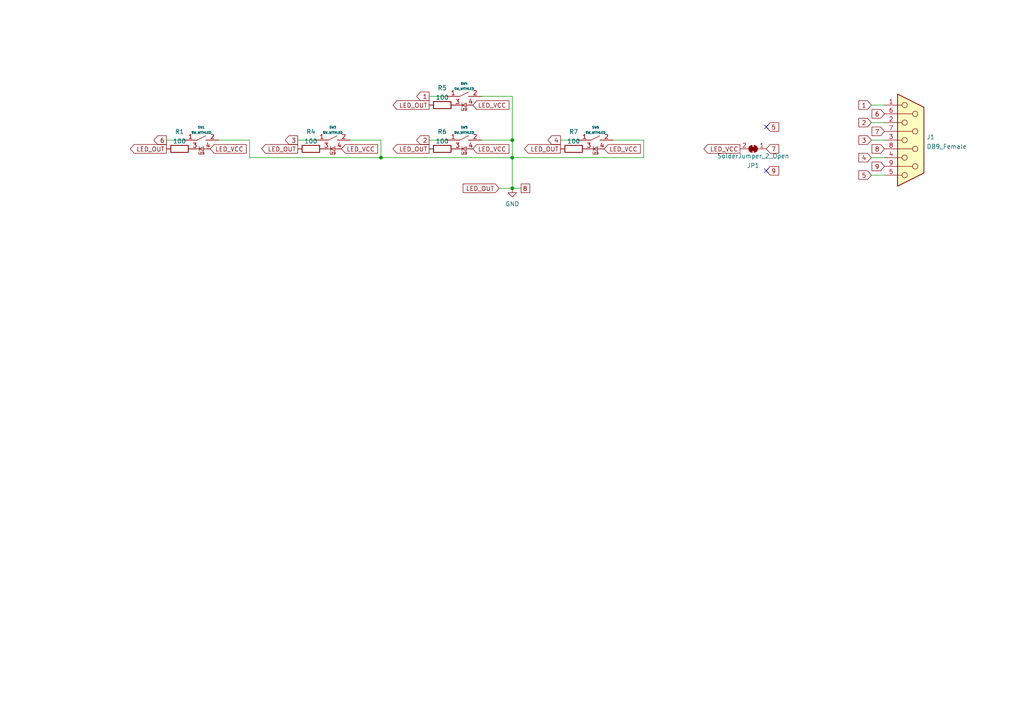
<source format=kicad_sch>
(kicad_sch (version 20230121) (generator eeschema)
  (paper "A4")
  (title_block (title "JoyKey Mini") (date "2023-03-01") (rev "1") (company "Decent Consulting"))
  (lib_symbols
    (symbol "Connector:DB9_Female" (pin_names (offset 1.016) hide)
      (property "Reference" "J" (at 0 13.97 0))
      (property "Value" "DB9_Female" (at 0 -14.605 0))
      (symbol "DB9_Female_0_1"
        (circle (center -1.778 -10.16) (radius 0.762))
        (circle (center -1.778 -5.08) (radius 0.762))
        (circle (center -1.778 0) (radius 0.762))
        (circle (center -1.778 5.08) (radius 0.762))
        (circle (center -1.778 10.16) (radius 0.762))
        (polyline (pts (xy -3.81 -10.16) (xy -2.54 -10.16)))
        (polyline (pts (xy -3.81 -7.62) (xy 0.508 -7.62)))
        (polyline (pts (xy -3.81 -5.08) (xy -2.54 -5.08)))
        (polyline (pts (xy -3.81 -2.54) (xy 0.508 -2.54)))
        (polyline (pts (xy -3.81 0) (xy -2.54 0)))
        (polyline (pts (xy -3.81 2.54) (xy 0.508 2.54)))
        (polyline (pts (xy -3.81 5.08) (xy -2.54 5.08)))
        (polyline (pts (xy -3.81 7.62) (xy 0.508 7.62)))
        (polyline (pts (xy -3.81 10.16) (xy -2.54 10.16)))
        (polyline (pts (xy -3.81 13.335) (xy -3.81 -13.335) (xy 3.81 -9.525) (xy 3.81 9.525) (xy -3.81 13.335)) (stroke (width 0.254)) (fill (type background)))
        (circle (center 1.27 -7.62) (radius 0.762))
        (circle (center 1.27 -2.54) (radius 0.762))
        (circle (center 1.27 2.54) (radius 0.762))
        (circle (center 1.27 7.62) (radius 0.762))
      )
      (symbol "DB9_Female_1_1"
        (pin passive line (at -7.62 10.16 0) (length 3.81) (name "1") (number "1"))
        (pin passive line (at -7.62 5.08 0) (length 3.81) (name "2") (number "2"))
        (pin passive line (at -7.62 0 0) (length 3.81) (name "3") (number "3"))
        (pin passive line (at -7.62 -5.08 0) (length 3.81) (name "4") (number "4"))
        (pin passive line (at -7.62 -10.16 0) (length 3.81) (name "5") (number "5"))
        (pin passive line (at -7.62 7.62 0) (length 3.81) (name "6") (number "6"))
        (pin passive line (at -7.62 2.54 0) (length 3.81) (name "7") (number "7"))
        (pin passive line (at -7.62 -2.54 0) (length 3.81) (name "8") (number "8"))
        (pin passive line (at -7.62 -7.62 0) (length 3.81) (name "9") (number "9"))
      )
    )
    (symbol "Device:R" (pin_numbers hide) (pin_names (offset 0))
      (property "Reference" "R" (at 2.032 0 90))
      (property "Value" "R" (at 0 0 90))
      (symbol "R_0_1"
        (rectangle (start -1.016 -2.54) (end 1.016 2.54) (stroke (width 0.254)))
      )
      (symbol "R_1_1"
        (pin passive line (at 0 3.81 270) (length 1.27) (name "~") (number "1"))
        (pin passive line (at 0 -3.81 90) (length 1.27) (name "~") (number "2"))
      )
    )
    (symbol "Jumper:SolderJumper_2_Bridged" (pin_names (offset 0) hide)
      (property "Reference" "JP" (at 0 2.032 0))
      (property "Value" "SolderJumper_2_Bridged" (at 0 -2.54 0))
      (symbol "SolderJumper_2_Bridged_0_1"
        (rectangle (start -0.508 0.508) (end 0.508 -0.508) (fill (type outline)))
        (arc (start -0.254 1.016) (mid -1.2656 0) (end -0.254 -1.016))
        (arc (start -0.254 1.016) (mid -1.2656 0) (end -0.254 -1.016) (fill (type outline)))
        (polyline (pts (xy -0.254 1.016) (xy -0.254 -1.016)))
        (polyline (pts (xy 0.254 1.016) (xy 0.254 -1.016)))
        (arc (start 0.254 -1.016) (mid 1.2656 0) (end 0.254 1.016))
        (arc (start 0.254 -1.016) (mid 1.2656 0) (end 0.254 1.016) (fill (type outline)))
      )
      (symbol "SolderJumper_2_Bridged_1_1"
        (pin passive line (at -3.81 0 0) (length 2.54) (name "A") (number "1"))
        (pin passive line (at 3.81 0 180) (length 2.54) (name "B") (number "2"))
      )
    )
    (symbol "UniversalSwitchWithLED:SW_WITHLED" (pin_names (offset 1.016))
      (property "Reference" "SW" (at 0 -0.635 0))
      (property "Value" "SW_WITHLED" (at 0 2.54 0))
      (symbol "SW_WITHLED_0_0"
        (text "LED" (at 0 -3.81 0) (effects (font (size 0.635 0.635))))
      )
      (symbol "SW_WITHLED_0_1"
        (polyline (pts (xy -1.27 0) (xy 1.27 1.27)))
        (polyline (pts (xy -0.635 -3.175) (xy -0.635 -1.905)))
        (polyline (pts (xy 1.27 -2.54) (xy -1.27 -2.54)))
        (polyline (pts (xy -0.635 -2.54) (xy 0.635 -1.905) (xy 0.635 -3.175) (xy -0.635 -2.54)))
      )
      (symbol "SW_WITHLED_1_1"
        (pin input line (at -5.08 0 0) (length 3.81) (name "~") (number "1"))
        (pin input line (at 5.08 0 180) (length 3.81) (name "~") (number "2"))
        (pin input line (at -2.54 -2.54 0) (length 1.27) (name "~") (number "3"))
        (pin input line (at 2.54 -2.54 180) (length 1.27) (name "~") (number "4"))
      )
    )
    (symbol "power:GND" (power) (pin_names (offset 0))
      (property "Value" "GND" (at 0 -3.81 0))
      (symbol "GND_0_1"
        (polyline (pts (xy 0 0) (xy 0 -1.27) (xy 1.27 -1.27) (xy 0 -2.54) (xy -1.27 -1.27) (xy 0 -1.27)))
      )
      (symbol "GND_1_1"
        (pin power_in line (at 0 0 270) (length 0) hide (name "GND") (number "1"))
      )
    )
  )
  (junction (at 148.59 54.61))
  (junction (at 148.59 40.64))
  (junction (at 110.49 45.72))
  (junction (at 148.59 45.72))
  (no_connect (at 222.25 36.83))
  (no_connect (at 222.25 49.53))
  (wire (pts (xy 252.73 30.48) (xy 256.54 30.48)))
  (wire (pts (xy 252.73 40.64) (xy 256.54 40.64)))
  (wire (pts (xy 110.49 40.64) (xy 110.49 45.72)))
  (wire (pts (xy 177.8 40.64) (xy 186.69 40.64)))
  (wire (pts (xy 162.56 40.64) (xy 167.64 40.64)))
  (wire (pts (xy 252.73 50.8) (xy 256.54 50.8)))
  (wire (pts (xy 101.6 40.64) (xy 110.49 40.64)))
  (wire (pts (xy 252.73 35.56) (xy 256.54 35.56)))
  (wire (pts (xy 186.69 40.64) (xy 186.69 45.72)))
  (wire (pts (xy 151.13 54.61) (xy 148.59 54.61)))
  (wire (pts (xy 72.39 45.72) (xy 110.49 45.72)))
  (wire (pts (xy 144.78 54.61) (xy 148.59 54.61)))
  (wire (pts (xy 148.59 54.61) (xy 148.59 45.72)))
  (wire (pts (xy 86.36 40.64) (xy 91.44 40.64)))
  (wire (pts (xy 148.59 27.94) (xy 148.59 40.64)))
  (wire (pts (xy 48.26 40.64) (xy 53.34 40.64)))
  (wire (pts (xy 148.59 45.72) (xy 186.69 45.72)))
  (wire (pts (xy 124.46 27.94) (xy 129.54 27.94)))
  (wire (pts (xy 72.39 40.64) (xy 72.39 45.72)))
  (wire (pts (xy 139.7 27.94) (xy 148.59 27.94)))
  (wire (pts (xy 148.59 40.64) (xy 139.7 40.64)))
  (wire (pts (xy 63.5 40.64) (xy 72.39 40.64)))
  (wire (pts (xy 148.59 40.64) (xy 148.59 45.72)))
  (wire (pts (xy 252.73 45.72) (xy 256.54 45.72)))
  (wire (pts (xy 124.46 40.64) (xy 129.54 40.64)))
  (wire (pts (xy 110.49 45.72) (xy 148.59 45.72)))
  (global_label "LED_VCC" (shape input) (at 175.26 43.18 0) (property "Intersheetrefs" "${INTERSHEET_REFS}" (effects hide)))
  (global_label "6" (shape input) (at 256.54 33.02 180) (property "Intersheetrefs" "${INTERSHEET_REFS}" (effects hide)))
  (global_label "LED_VCC" (shape input) (at 137.16 43.18 0) (property "Intersheetrefs" "${INTERSHEET_REFS}" (effects hide)))
  (global_label "LED_OUT" (shape input) (at 144.78 54.61 180) (property "Intersheetrefs" "${INTERSHEET_REFS}" (effects hide)))
  (global_label "4" (shape input) (at 252.73 45.72 180) (property "Intersheetrefs" "${INTERSHEET_REFS}" (effects hide)))
  (global_label "LED_VCC" (shape output) (at 214.63 43.18 180) (property "Intersheetrefs" "${INTERSHEET_REFS}" (effects hide)))
  (global_label "1" (shape output) (at 124.46 27.94 180) (property "Intersheetrefs" "${INTERSHEET_REFS}" (effects hide)))
  (global_label "9" (shape input) (at 256.54 48.26 180) (property "Intersheetrefs" "${INTERSHEET_REFS}" (effects hide)))
  (global_label "8" (shape input) (at 256.54 43.18 180) (property "Intersheetrefs" "${INTERSHEET_REFS}" (effects hide)))
  (global_label "LED_OUT" (shape output) (at 162.56 43.18 180) (property "Intersheetrefs" "${INTERSHEET_REFS}" (effects hide)))
  (global_label "7" (shape input) (at 222.25 43.18 0) (property "Intersheetrefs" "${INTERSHEET_REFS}" (effects hide)))
  (global_label "7" (shape input) (at 256.54 38.1 180) (property "Intersheetrefs" "${INTERSHEET_REFS}" (effects hide)))
  (global_label "LED_OUT" (shape output) (at 124.46 43.18 180) (property "Intersheetrefs" "${INTERSHEET_REFS}" (effects hide)))
  (global_label "5" (shape input) (at 222.25 36.83 0) (property "Intersheetrefs" "${INTERSHEET_REFS}" (effects hide)))
  (global_label "5" (shape input) (at 252.73 50.8 180) (property "Intersheetrefs" "${INTERSHEET_REFS}" (effects hide)))
  (global_label "9" (shape input) (at 222.25 49.53 0) (property "Intersheetrefs" "${INTERSHEET_REFS}" (effects hide)))
  (global_label "2" (shape output) (at 124.46 40.64 180) (property "Intersheetrefs" "${INTERSHEET_REFS}" (effects hide)))
  (global_label "4" (shape output) (at 162.56 40.64 180) (property "Intersheetrefs" "${INTERSHEET_REFS}" (effects hide)))
  (global_label "6" (shape output) (at 48.26 40.64 180) (property "Intersheetrefs" "${INTERSHEET_REFS}" (effects hide)))
  (global_label "LED_OUT" (shape output) (at 48.26 43.18 180) (property "Intersheetrefs" "${INTERSHEET_REFS}" (effects hide)))
  (global_label "2" (shape input) (at 252.73 35.56 180) (property "Intersheetrefs" "${INTERSHEET_REFS}" (effects hide)))
  (global_label "3" (shape input) (at 252.73 40.64 180) (property "Intersheetrefs" "${INTERSHEET_REFS}" (effects hide)))
  (global_label "1" (shape input) (at 252.73 30.48 180) (property "Intersheetrefs" "${INTERSHEET_REFS}" (effects hide)))
  (global_label "LED_VCC" (shape input) (at 60.96 43.18 0) (property "Intersheetrefs" "${INTERSHEET_REFS}" (effects hide)))
  (global_label "LED_VCC" (shape input) (at 99.06 43.18 0) (property "Intersheetrefs" "${INTERSHEET_REFS}" (effects hide)))
  (global_label "3" (shape output) (at 86.36 40.64 180) (property "Intersheetrefs" "${INTERSHEET_REFS}" (effects hide)))
  (global_label "LED_VCC" (shape input) (at 137.16 30.48 0) (property "Intersheetrefs" "${INTERSHEET_REFS}" (effects hide)))
  (global_label "8" (shape passive) (at 151.13 54.61 0) (property "Intersheetrefs" "${INTERSHEET_REFS}" (effects hide)))
  (global_label "LED_OUT" (shape output) (at 124.46 30.48 180) (property "Intersheetrefs" "${INTERSHEET_REFS}" (effects hide)))
  (global_label "LED_OUT" (shape output) (at 86.36 43.18 180) (property "Intersheetrefs" "${INTERSHEET_REFS}" (effects hide)))
  (symbol (lib_id "power:GND") (at 148.59 54.61 0) (unit 1)
    (property "Reference" "#PWR01" (effects hide))
    (property "Value" "GND" (at 148.59 59.1725 0))
  )
  (symbol (lib_id "UniversalSwitchWithLED:SW_WITHLED") (at 172.72 40.64 0) (unit 1)
    (property "Reference" "SW6" (at 172.72 36.9422 0) (effects (font (size 0.635 0.635))))
    (property "Value" "SW_WITHLED" (at 172.72 38.4568 0) (effects (font (size 0.635 0.635))))
    (property "Footprint" "Library:MX-1-00U-LED" (effects hide))
  )
  (symbol (lib_id "UniversalSwitchWithLED:SW_WITHLED") (at 134.62 40.64 0) (unit 1)
    (property "Reference" "SW5" (at 134.62 36.9422 0) (effects (font (size 0.635 0.635))))
    (property "Value" "SW_WITHLED" (at 134.62 38.4568 0) (effects (font (size 0.635 0.635))))
    (property "Footprint" "Library:MX-1-00U-LED" (effects hide))
  )
  (symbol (lib_id "Device:R") (at 52.07 43.18 90) (unit 1)
    (property "Reference" "R1" (at 52.07 38.1975 90))
    (property "Value" "100" (at 52.07 40.9726 90))
    (property "Footprint" "Resistor_SMD:R_0603_1608Metric_Pad0.98x0.95mm_HandSolder" (effects hide))
  )
  (symbol (lib_id "Device:R") (at 166.37 43.18 90) (unit 1)
    (property "Reference" "R7" (at 166.37 38.1975 90))
    (property "Value" "100" (at 166.37 40.9726 90))
    (property "Footprint" "Resistor_SMD:R_0603_1608Metric_Pad0.98x0.95mm_HandSolder" (effects hide))
  )
  (symbol (lib_id "Device:R") (at 128.27 30.48 90) (unit 1)
    (property "Reference" "R5" (at 128.27 25.4975 90))
    (property "Value" "100" (at 128.27 28.2726 90))
    (property "Footprint" "Resistor_SMD:R_0603_1608Metric_Pad0.98x0.95mm_HandSolder" (effects hide))
  )
  (symbol (lib_id "UniversalSwitchWithLED:SW_WITHLED") (at 96.52 40.64 0) (unit 1)
    (property "Reference" "SW3" (at 96.52 36.9422 0) (effects (font (size 0.635 0.635))))
    (property "Value" "SW_WITHLED" (at 96.52 38.4568 0) (effects (font (size 0.635 0.635))))
    (property "Footprint" "Library:MX-1-00U-LED" (effects hide))
  )
  (symbol (lib_id "Device:R") (at 128.27 43.18 90) (unit 1)
    (property "Reference" "R6" (at 128.27 38.1975 90))
    (property "Value" "100" (at 128.27 40.9726 90))
    (property "Footprint" "Resistor_SMD:R_0603_1608Metric_Pad0.98x0.95mm_HandSolder" (effects hide))
  )
  (symbol (lib_id "UniversalSwitchWithLED:SW_WITHLED") (at 58.42 40.64 0) (unit 1)
    (property "Reference" "SW1" (at 58.42 36.9422 0) (effects (font (size 0.635 0.635))))
    (property "Value" "SW_WITHLED" (at 58.42 38.4568 0) (effects (font (size 0.635 0.635))))
    (property "Footprint" "Library:MX-1-00U-LED" (effects hide))
  )
  (symbol (lib_id "Jumper:SolderJumper_2_Bridged") (at 218.44 43.18 180) (unit 1)
    (property "Reference" "JP1" (at 218.44 48.0355 0))
    (property "Value" "SolderJumper_2_Open" (at 218.44 45.2604 0))
    (property "Footprint" "Jumper:SolderJumper-2_P1.3mm_Open_RoundedPad1.0x1.5mm" (effects hide))
  )
  (symbol (lib_id "Connector:DB9_Female") (at 264.16 40.64 0) (unit 1)
    (property "Reference" "J1" (at 268.732 39.7315 0) (effects (justify left)))
    (property "Value" "DB9_Female" (at 268.732 42.5066 0) (effects (justify left)))
    (property "Footprint" "Connector_Dsub:DSUB-9_Female_Horizontal_P2.77x2.54mm_EdgePinOffset9.40mm" (effects hide))
    (property "Datasheet" " ~" (effects hide))
  )
  (symbol (lib_id "UniversalSwitchWithLED:SW_WITHLED") (at 134.62 27.94 0) (unit 1)
    (property "Reference" "SW4" (at 134.62 24.2422 0) (effects (font (size 0.635 0.635))))
    (property "Value" "SW_WITHLED" (at 134.62 25.7568 0) (effects (font (size 0.635 0.635))))
    (property "Footprint" "Library:MX-1-00U-LED" (effects hide))
  )
  (symbol (lib_id "Device:R") (at 90.17 43.18 90) (unit 1)
    (property "Reference" "R4" (at 90.17 38.1975 90))
    (property "Value" "100" (at 90.17 40.9726 90))
    (property "Footprint" "Resistor_SMD:R_0603_1608Metric_Pad0.98x0.95mm_HandSolder" (effects hide))
  )
)
</source>
